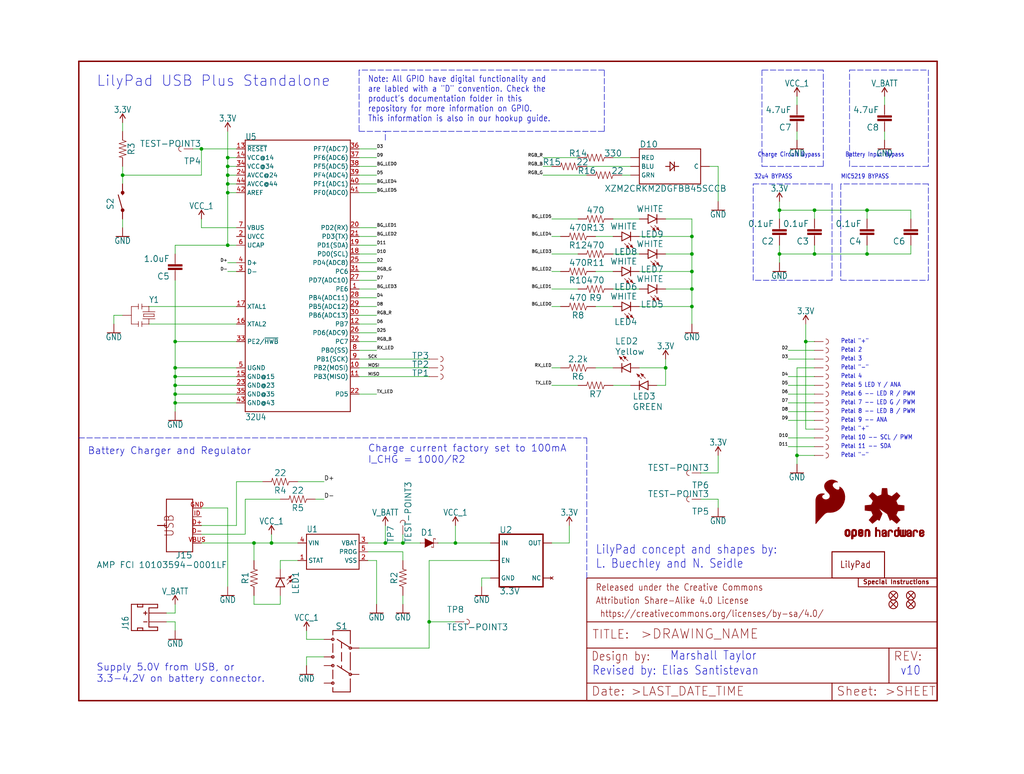
<source format=kicad_sch>
(kicad_sch (version 20211123) (generator eeschema)
  (paper "User" 297.002 224.46)
  (lib_symbols
    (symbol "schematicEagle-eagle-import:0.1UF-0402-16V-10%"
      (property "Reference" "C" (at 1.524 2.921 0))
      (property "Value" "0.1UF-0402-16V-10%" (at 1.524 -2.159 0))
      (symbol "0.1UF-0402-16V-10%_1_0"
        (pin passive line (at 0 5.08 270) (length 2.54) (name "1") (number "1"))
        (pin passive line (at 0 -2.54 90) (length 2.54) (name "2") (number "2"))
      )
    )
    (symbol "schematicEagle-eagle-import:1.0UF-0402-16V-10%"
      (property "Reference" "C" (at 1.524 2.921 0))
      (property "Value" "1.0UF-0402-16V-10%" (at 1.524 -2.159 0))
      (symbol "1.0UF-0402-16V-10%_1_0"
        (pin passive line (at 0 5.08 270) (length 2.54) (name "1") (number "1"))
        (pin passive line (at 0 -2.54 90) (length 2.54) (name "2") (number "2"))
      )
    )
    (symbol "schematicEagle-eagle-import:10KOHM-0603-1{slash}10W-1%"
      (property "Reference" "R" (at 0 1.524 0))
      (property "Value" "10KOHM-0603-1{slash}10W-1%" (at 0 -1.524 0))
      (symbol "10KOHM-0603-1{slash}10W-1%_1_0"
        (pin passive line (at -5.08 0 0) (length 2.54) (name "1") (number "1"))
        (pin passive line (at 5.08 0 180) (length 2.54) (name "2") (number "2"))
      )
    )
    (symbol "schematicEagle-eagle-import:2.2KOHM-0603-1{slash}10W-1%"
      (property "Reference" "R" (at 0 1.524 0))
      (property "Value" "2.2KOHM-0603-1{slash}10W-1%" (at 0 -1.524 0))
      (symbol "2.2KOHM-0603-1{slash}10W-1%_1_0"
        (pin passive line (at -5.08 0 0) (length 2.54) (name "1") (number "1"))
        (pin passive line (at 5.08 0 180) (length 2.54) (name "2") (number "2"))
      )
    )
    (symbol "schematicEagle-eagle-import:22OHM-0402-1{slash}10W-1%"
      (property "Reference" "R" (at 0 1.524 0))
      (property "Value" "22OHM-0402-1{slash}10W-1%" (at 0 -1.524 0))
      (symbol "22OHM-0402-1{slash}10W-1%_1_0"
        (pin passive line (at -5.08 0 0) (length 2.54) (name "1") (number "1"))
        (pin passive line (at 5.08 0 180) (length 2.54) (name "2") (number "2"))
      )
    )
    (symbol "schematicEagle-eagle-import:3.3V" (power)
      (property "Value" "3.3V" (at 0 2.794 0))
      (symbol "3.3V_1_0"
        (pin power_in line (at 0 0 90) (length 2.54) (name "3.3V") (number "1"))
      )
    )
    (symbol "schematicEagle-eagle-import:330OHM-0603-1{slash}10W-1%"
      (property "Reference" "R" (at 0 1.524 0))
      (property "Value" "330OHM-0603-1{slash}10W-1%" (at 0 -1.524 0))
      (symbol "330OHM-0603-1{slash}10W-1%_1_0"
        (pin passive line (at -5.08 0 0) (length 2.54) (name "1") (number "1"))
        (pin passive line (at 5.08 0 180) (length 2.54) (name "2") (number "2"))
      )
    )
    (symbol "schematicEagle-eagle-import:4.7UF0603"
      (property "Reference" "C" (at 1.524 2.921 0))
      (property "Value" "4.7UF0603" (at 1.524 -2.159 0))
      (symbol "4.7UF0603_1_0"
        (pin passive line (at 0 5.08 270) (length 2.54) (name "1") (number "1"))
        (pin passive line (at 0 -2.54 90) (length 2.54) (name "2") (number "2"))
      )
    )
    (symbol "schematicEagle-eagle-import:470OHM-0402-1{slash}16W-5%"
      (property "Reference" "R" (at 0 1.524 0))
      (property "Value" "470OHM-0402-1{slash}16W-5%" (at 0 -1.524 0))
      (symbol "470OHM-0402-1{slash}16W-5%_1_0"
        (pin passive line (at -5.08 0 0) (length 2.54) (name "1") (number "1"))
        (pin passive line (at 5.08 0 180) (length 2.54) (name "2") (number "2"))
      )
    )
    (symbol "schematicEagle-eagle-import:ATMEGA32U4_NOARDQFN3"
      (property "Reference" "U" (at -15.24 38.1 0))
      (property "Value" "ATMEGA32U4_NOARDQFN3" (at -15.24 -43.18 0))
      (symbol "ATMEGA32U4_NOARDQFN3_1_0"
        (pin bidirectional line (at 17.78 -5.08 180) (length 2.54) (name "PE6") (number "1"))
        (pin bidirectional line (at 17.78 -27.94 180) (length 2.54) (name "PB2(MOSI)") (number "10"))
        (pin bidirectional line (at 17.78 -30.48 180) (length 2.54) (name "PB3(MISO)") (number "11"))
        (pin bidirectional line (at 17.78 -15.24 180) (length 2.54) (name "PB7") (number "12"))
        (pin bidirectional line (at -17.78 35.56 0) (length 2.54) (name "~{RESET}") (number "13"))
        (pin bidirectional line (at -17.78 33.02 0) (length 2.54) (name "VCC@14") (number "14"))
        (pin bidirectional line (at -17.78 -30.48 0) (length 2.54) (name "GND@15") (number "15"))
        (pin bidirectional line (at -17.78 -15.24 0) (length 2.54) (name "XTAL2") (number "16"))
        (pin bidirectional line (at -17.78 -10.16 0) (length 2.54) (name "XTAL1") (number "17"))
        (pin bidirectional line (at 17.78 5.08 180) (length 2.54) (name "PD0(SCL)") (number "18"))
        (pin bidirectional line (at 17.78 7.62 180) (length 2.54) (name "PD1(SDA)") (number "19"))
        (pin bidirectional line (at -17.78 10.16 0) (length 2.54) (name "UVCC") (number "2"))
        (pin bidirectional line (at 17.78 12.7 180) (length 2.54) (name "PD2(RX)") (number "20"))
        (pin bidirectional line (at 17.78 10.16 180) (length 2.54) (name "PD3(TX)") (number "21"))
        (pin bidirectional line (at 17.78 -35.56 180) (length 2.54) (name "PD5") (number "22"))
        (pin bidirectional line (at -17.78 -33.02 0) (length 2.54) (name "GND@23") (number "23"))
        (pin bidirectional line (at -17.78 27.94 0) (length 2.54) (name "AVCC@24") (number "24"))
        (pin bidirectional line (at 17.78 2.54 180) (length 2.54) (name "PD4(ADC8)") (number "25"))
        (pin bidirectional line (at 17.78 -17.78 180) (length 2.54) (name "PD6(ADC9)") (number "26"))
        (pin bidirectional line (at 17.78 -2.54 180) (length 2.54) (name "PD7(ADC10)") (number "27"))
        (pin bidirectional line (at 17.78 -7.62 180) (length 2.54) (name "PB4(ADC11)") (number "28"))
        (pin bidirectional line (at 17.78 -10.16 180) (length 2.54) (name "PB5(ADC12)") (number "29"))
        (pin bidirectional line (at -17.78 0 0) (length 2.54) (name "D-") (number "3"))
        (pin bidirectional line (at 17.78 -12.7 180) (length 2.54) (name "PB6(ADC13)") (number "30"))
        (pin bidirectional line (at 17.78 0 180) (length 2.54) (name "PC6") (number "31"))
        (pin bidirectional line (at 17.78 -20.32 180) (length 2.54) (name "PC7") (number "32"))
        (pin bidirectional line (at -17.78 -20.32 0) (length 2.54) (name "PE2/~{HWB}") (number "33"))
        (pin bidirectional line (at -17.78 30.48 0) (length 2.54) (name "VCC@34") (number "34"))
        (pin bidirectional line (at -17.78 -35.56 0) (length 2.54) (name "GND@35") (number "35"))
        (pin bidirectional line (at 17.78 35.56 180) (length 2.54) (name "PF7(ADC7)") (number "36"))
        (pin bidirectional line (at 17.78 33.02 180) (length 2.54) (name "PF6(ADC6)") (number "37"))
        (pin bidirectional line (at 17.78 30.48 180) (length 2.54) (name "PF5(ADC5)") (number "38"))
        (pin bidirectional line (at 17.78 27.94 180) (length 2.54) (name "PF4(ADC4)") (number "39"))
        (pin bidirectional line (at -17.78 2.54 0) (length 2.54) (name "D+") (number "4"))
        (pin bidirectional line (at 17.78 25.4 180) (length 2.54) (name "PF1(ADC1)") (number "40"))
        (pin bidirectional line (at 17.78 22.86 180) (length 2.54) (name "PF0(ADC0)") (number "41"))
        (pin bidirectional line (at -17.78 22.86 0) (length 2.54) (name "AREF") (number "42"))
        (pin bidirectional line (at -17.78 -38.1 0) (length 2.54) (name "GND@43") (number "43"))
        (pin bidirectional line (at -17.78 25.4 0) (length 2.54) (name "AVCC@44") (number "44"))
        (pin bidirectional line (at -17.78 -27.94 0) (length 2.54) (name "UGND") (number "5"))
        (pin bidirectional line (at -17.78 7.62 0) (length 2.54) (name "UCAP") (number "6"))
        (pin bidirectional line (at -17.78 12.7 0) (length 2.54) (name "VBUS") (number "7"))
        (pin bidirectional line (at 17.78 -22.86 180) (length 2.54) (name "PB0(SS)") (number "8"))
        (pin bidirectional line (at 17.78 -25.4 180) (length 2.54) (name "PB1(SCK)") (number "9"))
      )
    )
    (symbol "schematicEagle-eagle-import:DIODE-SCHOTTKY-B340A"
      (property "Reference" "D" (at -2.54 2.032 0))
      (property "Value" "DIODE-SCHOTTKY-B340A" (at -2.54 -2.032 0))
      (symbol "DIODE-SCHOTTKY-B340A_1_0"
        (pin passive line (at -2.54 0 0) (length 0) (name "A") (number "A"))
        (pin passive line (at 2.54 0 180) (length 0) (name "C") (number "C"))
      )
    )
    (symbol "schematicEagle-eagle-import:FIDUCIALUFIDUCIAL")
    (symbol "schematicEagle-eagle-import:FRAME-LETTER"
      (symbol "FRAME-LETTER_2_0"
        (text " https://creativecommons.org/licenses/by-sa/4.0/" (at 2.54 24.13 0) (effects (font (size 1.9304 1.6408)) (justify left bottom)))
        (text ">DRAWING_NAME" (at 15.494 17.78 0) (effects (font (size 2.7432 2.7432)) (justify left bottom)))
        (text ">LAST_DATE_TIME" (at 12.7 1.27 0) (effects (font (size 2.54 2.54)) (justify left bottom)))
        (text ">SHEET" (at 86.36 1.27 0) (effects (font (size 2.54 2.54)) (justify left bottom)))
        (text "Attribution Share-Alike 4.0 License" (at 2.54 27.94 0) (effects (font (size 1.9304 1.6408)) (justify left bottom)))
        (text "Date:" (at 1.27 1.27 0) (effects (font (size 2.54 2.54)) (justify left bottom)))
        (text "Design by:" (at 1.27 11.43 0) (effects (font (size 2.54 2.159)) (justify left bottom)))
        (text "Released under the Creative Commons" (at 2.54 31.75 0) (effects (font (size 1.9304 1.6408)) (justify left bottom)))
        (text "REV:" (at 88.9 11.43 0) (effects (font (size 2.54 2.54)) (justify left bottom)))
        (text "Sheet:" (at 72.39 1.27 0) (effects (font (size 2.54 2.54)) (justify left bottom)))
        (text "TITLE:" (at 1.524 17.78 0) (effects (font (size 2.54 2.54)) (justify left bottom)))
      )
    )
    (symbol "schematicEagle-eagle-import:GND" (power)
      (property "Value" "GND" (at 0 -0.254 0))
      (symbol "GND_1_0"
        (pin power_in line (at 0 2.54 270) (length 2.54) (name "GND") (number "1"))
      )
    )
    (symbol "schematicEagle-eagle-import:JST_2MM_MALE"
      (property "Reference" "J" (at -2.54 5.842 0))
      (symbol "JST_2MM_MALE_1_0"
        (pin bidirectional line (at 0 -5.08 90) (length 5.08) (name "-") (number "1"))
        (pin bidirectional line (at 2.54 -5.08 90) (length 5.08) (name "+") (number "2"))
        (pin bidirectional line (at -2.54 2.54 90) (length 0) (name "PAD1") (number "NC1"))
        (pin bidirectional line (at 5.08 2.54 90) (length 0) (name "PAD2") (number "NC2"))
      )
    )
    (symbol "schematicEagle-eagle-import:LED-GREEN0603"
      (property "Reference" "D" (at -3.429 -4.572 90))
      (property "Value" "LED-GREEN0603" (at 1.905 -4.572 90))
      (symbol "LED-GREEN0603_1_0"
        (pin passive line (at 0 2.54 270) (length 2.54) (name "A") (number "A"))
        (pin passive line (at 0 -5.08 90) (length 2.54) (name "C") (number "C"))
      )
    )
    (symbol "schematicEagle-eagle-import:LED-RED0603"
      (property "Reference" "D" (at -3.429 -4.572 90))
      (property "Value" "LED-RED0603" (at 1.905 -4.572 90))
      (symbol "LED-RED0603_1_0"
        (pin passive line (at 0 2.54 270) (length 2.54) (name "A") (number "A"))
        (pin passive line (at 0 -5.08 90) (length 2.54) (name "C") (number "C"))
      )
    )
    (symbol "schematicEagle-eagle-import:LED-WHITE0603"
      (property "Reference" "D" (at -3.429 -4.572 90))
      (property "Value" "LED-WHITE0603" (at 1.905 -4.572 90))
      (symbol "LED-WHITE0603_1_0"
        (pin passive line (at 0 2.54 270) (length 2.54) (name "A") (number "A"))
        (pin passive line (at 0 -5.08 90) (length 2.54) (name "C") (number "C"))
      )
    )
    (symbol "schematicEagle-eagle-import:LED-YELLOW0603"
      (property "Reference" "D" (at -3.429 -4.572 90))
      (property "Value" "LED-YELLOW0603" (at 1.905 -4.572 90))
      (symbol "LED-YELLOW0603_1_0"
        (pin passive line (at 0 2.54 270) (length 2.54) (name "A") (number "A"))
        (pin passive line (at 0 -5.08 90) (length 2.54) (name "C") (number "C"))
      )
    )
    (symbol "schematicEagle-eagle-import:LILYLOGO_SHORT"
      (symbol "LILYLOGO_SHORT_1_0"
        (text "LilyPad" (at -0.254 0.254 0) (effects (font (size 1.9304 1.6408)) (justify left bottom)))
      )
    )
    (symbol "schematicEagle-eagle-import:MCP73831"
      (property "Reference" "U" (at -7.62 5.588 0))
      (property "Value" "MCP73831" (at -7.62 -7.62 0))
      (symbol "MCP73831_1_0"
        (pin output line (at -10.16 -2.54 0) (length 2.54) (name "STAT") (number "1"))
        (pin power_in line (at 10.16 -2.54 180) (length 2.54) (name "VSS") (number "2"))
        (pin power_in line (at 10.16 2.54 180) (length 2.54) (name "VBAT") (number "3"))
        (pin power_in line (at -10.16 2.54 0) (length 2.54) (name "VIN") (number "4"))
        (pin input line (at 10.16 0 180) (length 2.54) (name "PROG") (number "5"))
      )
    )
    (symbol "schematicEagle-eagle-import:MOMENTARY-SWITCH-SPST-SMD-5.2-REDUNDANT"
      (property "Reference" "S" (at 0 1.524 0))
      (property "Value" "MOMENTARY-SWITCH-SPST-SMD-5.2-REDUNDANT" (at 0 -0.508 0))
      (symbol "MOMENTARY-SWITCH-SPST-SMD-5.2-REDUNDANT_1_0"
        (pin passive line (at -5.08 0 0) (length 2.54) (name "1") (number "1"))
        (pin passive line (at -5.08 0 0) (length 2.54) (name "1") (number "2"))
        (pin passive line (at 5.08 0 180) (length 2.54) (name "2") (number "3"))
        (pin passive line (at 5.08 0 180) (length 2.54) (name "2") (number "4"))
      )
    )
    (symbol "schematicEagle-eagle-import:OSHW-LOGOS")
    (symbol "schematicEagle-eagle-import:RESONATORSMD"
      (property "Reference" "Y" (at 2.54 1.016 0))
      (property "Value" "RESONATORSMD" (at 2.54 -7.62 0))
      (symbol "RESONATORSMD_1_0"
        (pin passive line (at -2.54 0 0) (length 0) (name "1") (number "1"))
        (pin passive line (at 0 -7.62 90) (length 0) (name "2") (number "2"))
        (pin passive line (at 2.54 0 180) (length 0) (name "3") (number "3"))
      )
    )
    (symbol "schematicEagle-eagle-import:SEWTAP_LONG-2SIDE"
      (property "Reference" "J" (at -2.54 2.54 0))
      (property "Value" "SEWTAP_LONG-2SIDE" (at -2.54 -2.54 0))
      (symbol "SEWTAP_LONG-2SIDE_1_0"
        (pin bidirectional line (at -2.54 0 180) (length 0) (name "1") (number "1"))
      )
    )
    (symbol "schematicEagle-eagle-import:SFE_LOGO_FLAME.2_INCH")
    (symbol "schematicEagle-eagle-import:SPECIAL_INSTRUCTIONS-ORDERING"
      (symbol "SPECIAL_INSTRUCTIONS-ORDERING_1_0"
        (text "Special Instructions" (at 1.27 0.6985 0) (effects (font (size 1.27 1.27) (thickness 0.254) bold) (justify left bottom)))
      )
    )
    (symbol "schematicEagle-eagle-import:SUNLEDSMD1"
      (property "Reference" "D" (at -7.62 5.3975 0))
      (property "Value" "SUNLEDSMD1" (at -7.62 -5.3975 0))
      (symbol "SUNLEDSMD1_1_0"
        (pin bidirectional line (at -10.16 2.54 0) (length 2.54) (name "RED") (number "1"))
        (pin bidirectional line (at -10.16 -2.54 0) (length 2.54) (name "GRN") (number "2"))
        (pin bidirectional line (at -10.16 0 0) (length 2.54) (name "BLU") (number "3"))
        (pin bidirectional line (at 12.7 0 180) (length 2.54) (name "C") (number "4"))
      )
    )
    (symbol "schematicEagle-eagle-import:SWITCH-DPDT-SMD-AYZ0202"
      (property "Reference" "S" (at 0 7.874 0))
      (property "Value" "SWITCH-DPDT-SMD-AYZ0202" (at 0 -10.414 0))
      (symbol "SWITCH-DPDT-SMD-AYZ0202_1_0"
        (pin bidirectional line (at 5.08 5.08 180) (length 2.54) (name "1") (number "1"))
        (pin bidirectional line (at -5.08 2.54 0) (length 2.54) (name "2") (number "2"))
        (pin bidirectional line (at 5.08 0 180) (length 2.54) (name "3") (number "3"))
        (pin bidirectional line (at 5.08 -2.54 180) (length 2.54) (name "4") (number "4"))
        (pin bidirectional line (at -5.08 -5.08 0) (length 2.54) (name "5") (number "5"))
        (pin bidirectional line (at 5.08 -7.62 180) (length 2.54) (name "6") (number "6"))
      )
    )
    (symbol "schematicEagle-eagle-import:TEST-POINT3"
      (property "Reference" "TP" (at -2.54 2.54 0))
      (property "Value" "TEST-POINT3" (at -2.54 -2.54 0))
      (symbol "TEST-POINT3_1_0"
        (pin bidirectional line (at 0 0 180) (length 0) (name "1") (number "P$1"))
      )
    )
    (symbol "schematicEagle-eagle-import:USB_MICRO-B_HALF_PTH"
      (property "Reference" "J" (at -2.54 7.62 0))
      (property "Value" "USB_MICRO-B_HALF_PTH" (at -2.54 -7.874 0))
      (symbol "USB_MICRO-B_HALF_PTH_1_0"
        (text "USB" (at 2.794 -3.302 900) (effects (font (size 2.54 2.159)) (justify left bottom)))
        (pin bidirectional line (at -5.08 0 0) (length 2.54) (name "D+") (number "D+"))
        (pin bidirectional line (at -5.08 2.54 0) (length 2.54) (name "D-") (number "D-"))
        (pin power_in line (at -5.08 -5.08 0) (length 2.54) (name "GND") (number "GND"))
        (pin bidirectional line (at -5.08 -2.54 0) (length 2.54) (name "ID") (number "ID"))
        (pin bidirectional line (at 7.62 0 180) (length 2.54) (name "SHIELD") (number "P$1"))
        (pin bidirectional line (at 7.62 0 180) (length 2.54) (name "SHIELD") (number "P$10"))
        (pin bidirectional line (at 7.62 0 180) (length 2.54) (name "SHIELD") (number "P$12"))
        (pin bidirectional line (at 7.62 0 180) (length 2.54) (name "SHIELD") (number "P$2"))
        (pin bidirectional line (at 7.62 0 180) (length 2.54) (name "SHIELD") (number "P$3"))
        (pin bidirectional line (at 7.62 0 180) (length 2.54) (name "SHIELD") (number "P$4"))
        (pin bidirectional line (at 7.62 0 180) (length 2.54) (name "SHIELD") (number "P$6"))
        (pin bidirectional line (at 7.62 0 180) (length 2.54) (name "SHIELD") (number "P$8"))
        (pin bidirectional line (at 7.62 0 180) (length 2.54) (name "SHIELD") (number "SHEILD2"))
        (pin bidirectional line (at 7.62 0 180) (length 2.54) (name "SHIELD") (number "SHIELD"))
        (pin bidirectional line (at 7.62 0 180) (length 2.54) (name "SHIELD") (number "SHIELD3"))
        (pin bidirectional line (at 7.62 0 180) (length 2.54) (name "SHIELD") (number "SHIELD4"))
        (pin power_in line (at -5.08 5.08 0) (length 2.54) (name "VBUS") (number "VBUS"))
      )
    )
    (symbol "schematicEagle-eagle-import:VCC_1" (power)
      (property "Value" "VCC_1" (at 0 2.794 0))
      (symbol "VCC_1_1_0"
        (pin power_in line (at 0 0 90) (length 2.54) (name "VCC_1") (number "1"))
      )
    )
    (symbol "schematicEagle-eagle-import:V_BATT" (power)
      (property "Value" "V_BATT" (at 0 2.794 0))
      (symbol "V_BATT_1_0"
        (pin power_in line (at 0 0 90) (length 2.54) (name "V_BATT") (number "1"))
      )
    )
    (symbol "schematicEagle-eagle-import:V_REG_AP2112K-3.3V"
      (property "Reference" "U" (at -7.62 7.874 0))
      (property "Value" "V_REG_AP2112K-3.3V" (at -7.62 -7.874 0))
      (symbol "V_REG_AP2112K-3.3V_1_0"
        (pin input line (at -10.16 5.08 0) (length 2.54) (name "IN") (number "1"))
        (pin input line (at -10.16 -5.08 0) (length 2.54) (name "GND") (number "2"))
        (pin input line (at -10.16 0 0) (length 2.54) (name "EN") (number "3"))
        (pin no_connect line (at 7.62 -5.08 180) (length 2.54) (name "NC") (number "4"))
        (pin passive line (at 7.62 5.08 180) (length 2.54) (name "OUT") (number "5"))
      )
    )
  )
  (junction (at 50.8 99.06))
  (junction (at 226.06 73.66))
  (junction (at 132.08 157.48))
  (junction (at 50.8 109.22))
  (junction (at 200.66 78.74))
  (junction (at 200.66 68.58))
  (junction (at 200.66 73.66))
  (junction (at 200.66 83.82))
  (junction (at 251.46 73.66))
  (junction (at 231.14 132.08))
  (junction (at 226.06 60.96))
  (junction (at 35.56 50.8))
  (junction (at 124.46 180.34))
  (junction (at 66.04 71.12))
  (junction (at 251.46 60.96))
  (junction (at 73.66 157.48))
  (junction (at 200.66 88.9))
  (junction (at 66.04 48.26))
  (junction (at 78.74 157.48))
  (junction (at 116.84 157.48))
  (junction (at 236.22 73.66))
  (junction (at 66.04 55.88))
  (junction (at 193.04 106.68))
  (junction (at 236.22 60.96))
  (junction (at 50.8 114.3))
  (junction (at 58.42 43.18))
  (junction (at 50.8 106.68))
  (junction (at 66.04 45.72))
  (junction (at 111.76 157.48))
  (junction (at 66.04 50.8))
  (junction (at 50.8 111.76))
  (junction (at 66.04 53.34))
  (junction (at 50.8 116.84))
  (junction (at 233.68 99.06))
  (wire (pts (xy 203.2 144.78) (xy 208.28 144.78)))
  (polyline (pts (xy 269.24 48.26) (xy 246.38 48.26)))
  (wire (pts (xy 66.04 45.72) (xy 66.04 48.26)))
  (polyline (pts (xy 22.86 127) (xy 170.18 127)))
  (wire (pts (xy 228.6 119.38) (xy 236.22 119.38)))
  (wire (pts (xy 50.8 180.34) (xy 50.8 182.88)))
  (wire (pts (xy 50.8 114.3) (xy 50.8 116.84)))
  (wire (pts (xy 35.56 48.26) (xy 35.56 50.8)))
  (polyline (pts (xy 175.26 20.32) (xy 104.14 20.32)))
  (polyline (pts (xy 241.3 81.28) (xy 218.44 81.28)))
  (wire (pts (xy 251.46 73.66) (xy 251.46 71.12)))
  (wire (pts (xy 167.64 111.76) (xy 160.02 111.76)))
  (wire (pts (xy 132.08 152.4) (xy 132.08 157.48)))
  (wire (pts (xy 68.58 50.8) (xy 66.04 50.8)))
  (wire (pts (xy 68.58 116.84) (xy 50.8 116.84)))
  (wire (pts (xy 104.14 50.8) (xy 109.22 50.8)))
  (wire (pts (xy 104.14 53.34) (xy 109.22 53.34)))
  (wire (pts (xy 226.06 58.42) (xy 226.06 60.96)))
  (wire (pts (xy 228.6 129.54) (xy 236.22 129.54)))
  (wire (pts (xy 177.8 106.68) (xy 172.72 106.68)))
  (wire (pts (xy 177.8 45.72) (xy 182.88 45.72)))
  (wire (pts (xy 236.22 99.06) (xy 233.68 99.06)))
  (wire (pts (xy 231.14 38.1) (xy 231.14 40.64)))
  (wire (pts (xy 104.14 187.96) (xy 124.46 187.96)))
  (wire (pts (xy 200.66 78.74) (xy 200.66 83.82)))
  (wire (pts (xy 71.12 144.78) (xy 71.12 154.94)))
  (polyline (pts (xy 175.26 38.1) (xy 175.26 20.32)))
  (wire (pts (xy 167.64 73.66) (xy 160.02 73.66)))
  (wire (pts (xy 104.14 109.22) (xy 124.46 109.22)))
  (wire (pts (xy 228.6 111.76) (xy 236.22 111.76)))
  (wire (pts (xy 233.68 124.46) (xy 236.22 124.46)))
  (polyline (pts (xy 111.76 40.64) (xy 111.76 38.1)))
  (polyline (pts (xy 220.98 48.26) (xy 238.76 48.26)))
  (wire (pts (xy 226.06 73.66) (xy 236.22 73.66)))
  (wire (pts (xy 116.84 160.02) (xy 106.68 160.02)))
  (wire (pts (xy 66.04 71.12) (xy 68.58 71.12)))
  (wire (pts (xy 228.6 114.3) (xy 236.22 114.3)))
  (wire (pts (xy 165.1 157.48) (xy 165.1 152.4)))
  (wire (pts (xy 251.46 60.96) (xy 264.16 60.96)))
  (wire (pts (xy 251.46 60.96) (xy 251.46 63.5)))
  (polyline (pts (xy 220.98 20.32) (xy 220.98 48.26)))
  (wire (pts (xy 58.42 66.04) (xy 68.58 66.04)))
  (wire (pts (xy 68.58 111.76) (xy 50.8 111.76)))
  (wire (pts (xy 167.64 45.72) (xy 157.48 45.72)))
  (wire (pts (xy 127 157.48) (xy 132.08 157.48)))
  (wire (pts (xy 68.58 53.34) (xy 66.04 53.34)))
  (wire (pts (xy 256.54 27.94) (xy 256.54 30.48)))
  (wire (pts (xy 116.84 172.72) (xy 116.84 175.26)))
  (wire (pts (xy 81.28 144.78) (xy 71.12 144.78)))
  (wire (pts (xy 170.18 50.8) (xy 157.48 50.8)))
  (wire (pts (xy 205.74 48.26) (xy 208.28 48.26)))
  (wire (pts (xy 236.22 60.96) (xy 251.46 60.96)))
  (wire (pts (xy 139.7 167.64) (xy 139.7 170.18)))
  (wire (pts (xy 200.66 93.98) (xy 200.66 88.9)))
  (wire (pts (xy 104.14 99.06) (xy 109.22 99.06)))
  (wire (pts (xy 91.44 144.78) (xy 93.98 144.78)))
  (wire (pts (xy 228.6 104.14) (xy 236.22 104.14)))
  (wire (pts (xy 68.58 152.4) (xy 58.42 152.4)))
  (wire (pts (xy 190.5 111.76) (xy 193.04 111.76)))
  (wire (pts (xy 162.56 106.68) (xy 160.02 106.68)))
  (wire (pts (xy 116.84 162.56) (xy 116.84 160.02)))
  (wire (pts (xy 73.66 157.48) (xy 73.66 162.56)))
  (wire (pts (xy 160.02 48.26) (xy 157.48 48.26)))
  (polyline (pts (xy 246.38 20.32) (xy 269.24 20.32)))
  (polyline (pts (xy 269.24 53.34) (xy 243.84 53.34)))
  (wire (pts (xy 58.42 157.48) (xy 73.66 157.48)))
  (wire (pts (xy 231.14 27.94) (xy 231.14 30.48)))
  (wire (pts (xy 68.58 114.3) (xy 50.8 114.3)))
  (wire (pts (xy 104.14 78.74) (xy 109.22 78.74)))
  (wire (pts (xy 104.14 68.58) (xy 109.22 68.58)))
  (wire (pts (xy 66.04 38.1) (xy 66.04 45.72)))
  (wire (pts (xy 124.46 180.34) (xy 124.46 162.56)))
  (wire (pts (xy 162.56 68.58) (xy 160.02 68.58)))
  (wire (pts (xy 104.14 81.28) (xy 109.22 81.28)))
  (wire (pts (xy 68.58 45.72) (xy 66.04 45.72)))
  (wire (pts (xy 104.14 83.82) (xy 109.22 83.82)))
  (polyline (pts (xy 243.84 53.34) (xy 243.84 81.28)))
  (wire (pts (xy 208.28 48.26) (xy 208.28 58.42)))
  (wire (pts (xy 185.42 78.74) (xy 200.66 78.74)))
  (wire (pts (xy 104.14 55.88) (xy 109.22 55.88)))
  (wire (pts (xy 203.2 137.16) (xy 208.28 137.16)))
  (wire (pts (xy 76.2 139.7) (xy 68.58 139.7)))
  (wire (pts (xy 50.8 109.22) (xy 50.8 111.76)))
  (wire (pts (xy 68.58 106.68) (xy 50.8 106.68)))
  (wire (pts (xy 231.14 106.68) (xy 231.14 132.08)))
  (wire (pts (xy 193.04 83.82) (xy 200.66 83.82)))
  (wire (pts (xy 104.14 43.18) (xy 109.22 43.18)))
  (wire (pts (xy 111.76 152.4) (xy 111.76 157.48)))
  (wire (pts (xy 200.66 88.9) (xy 185.42 88.9)))
  (wire (pts (xy 200.66 63.5) (xy 200.66 68.58)))
  (wire (pts (xy 50.8 99.06) (xy 50.8 106.68)))
  (wire (pts (xy 81.28 175.26) (xy 81.28 172.72)))
  (polyline (pts (xy 111.76 38.1) (xy 175.26 38.1)))
  (wire (pts (xy 193.04 63.5) (xy 200.66 63.5)))
  (wire (pts (xy 193.04 111.76) (xy 193.04 106.68)))
  (wire (pts (xy 50.8 106.68) (xy 50.8 109.22)))
  (wire (pts (xy 68.58 76.2) (xy 66.04 76.2)))
  (wire (pts (xy 68.58 78.74) (xy 66.04 78.74)))
  (wire (pts (xy 78.74 157.48) (xy 86.36 157.48)))
  (wire (pts (xy 182.88 111.76) (xy 177.8 111.76)))
  (wire (pts (xy 68.58 99.06) (xy 50.8 99.06)))
  (wire (pts (xy 104.14 48.26) (xy 109.22 48.26)))
  (wire (pts (xy 104.14 71.12) (xy 109.22 71.12)))
  (wire (pts (xy 81.28 165.1) (xy 81.28 162.56)))
  (wire (pts (xy 104.14 101.6) (xy 109.22 101.6)))
  (wire (pts (xy 200.66 83.82) (xy 200.66 88.9)))
  (wire (pts (xy 104.14 76.2) (xy 109.22 76.2)))
  (wire (pts (xy 58.42 50.8) (xy 35.56 50.8)))
  (polyline (pts (xy 241.3 53.34) (xy 241.3 81.28)))
  (wire (pts (xy 193.04 73.66) (xy 200.66 73.66)))
  (wire (pts (xy 185.42 68.58) (xy 200.66 68.58)))
  (wire (pts (xy 71.12 154.94) (xy 58.42 154.94)))
  (wire (pts (xy 167.64 83.82) (xy 160.02 83.82)))
  (wire (pts (xy 104.14 88.9) (xy 109.22 88.9)))
  (wire (pts (xy 142.24 167.64) (xy 139.7 167.64)))
  (polyline (pts (xy 269.24 20.32) (xy 269.24 48.26)))
  (wire (pts (xy 233.68 99.06) (xy 233.68 93.98)))
  (wire (pts (xy 73.66 157.48) (xy 78.74 157.48)))
  (wire (pts (xy 104.14 91.44) (xy 109.22 91.44)))
  (wire (pts (xy 180.34 50.8) (xy 182.88 50.8)))
  (wire (pts (xy 167.64 63.5) (xy 160.02 63.5)))
  (wire (pts (xy 104.14 86.36) (xy 109.22 86.36)))
  (wire (pts (xy 104.14 104.14) (xy 124.46 104.14)))
  (wire (pts (xy 68.58 139.7) (xy 68.58 152.4)))
  (wire (pts (xy 35.56 91.44) (xy 33.02 91.44)))
  (wire (pts (xy 66.04 50.8) (xy 66.04 53.34)))
  (wire (pts (xy 88.9 182.88) (xy 88.9 185.42)))
  (wire (pts (xy 208.28 144.78) (xy 208.28 147.32)))
  (wire (pts (xy 50.8 116.84) (xy 50.8 119.38)))
  (wire (pts (xy 43.18 88.9) (xy 68.58 88.9)))
  (wire (pts (xy 66.04 48.26) (xy 66.04 50.8)))
  (wire (pts (xy 48.26 180.34) (xy 50.8 180.34)))
  (wire (pts (xy 236.22 132.08) (xy 231.14 132.08)))
  (wire (pts (xy 109.22 162.56) (xy 109.22 175.26)))
  (wire (pts (xy 124.46 162.56) (xy 142.24 162.56)))
  (polyline (pts (xy 104.14 20.32) (xy 104.14 38.1)))
  (wire (pts (xy 226.06 71.12) (xy 226.06 73.66)))
  (wire (pts (xy 86.36 139.7) (xy 93.98 139.7)))
  (wire (pts (xy 228.6 116.84) (xy 236.22 116.84)))
  (wire (pts (xy 35.56 35.56) (xy 35.56 38.1)))
  (wire (pts (xy 132.08 180.34) (xy 124.46 180.34)))
  (wire (pts (xy 236.22 60.96) (xy 236.22 63.5)))
  (wire (pts (xy 226.06 60.96) (xy 226.06 63.5)))
  (wire (pts (xy 208.28 137.16) (xy 208.28 132.08)))
  (wire (pts (xy 48.26 177.8) (xy 50.8 177.8)))
  (wire (pts (xy 264.16 71.12) (xy 264.16 73.66)))
  (wire (pts (xy 256.54 38.1) (xy 256.54 40.64)))
  (wire (pts (xy 228.6 109.22) (xy 236.22 109.22)))
  (wire (pts (xy 50.8 71.12) (xy 50.8 73.66)))
  (wire (pts (xy 35.56 50.8) (xy 35.56 53.34)))
  (wire (pts (xy 177.8 83.82) (xy 185.42 83.82)))
  (wire (pts (xy 251.46 73.66) (xy 236.22 73.66)))
  (wire (pts (xy 88.9 193.04) (xy 88.9 190.5)))
  (wire (pts (xy 50.8 81.28) (xy 50.8 99.06)))
  (polyline (pts (xy 238.76 48.26) (xy 238.76 20.32)))
  (polyline (pts (xy 218.44 53.34) (xy 241.3 53.34)))
  (wire (pts (xy 121.92 157.48) (xy 116.84 157.48)))
  (wire (pts (xy 68.58 93.98) (xy 43.18 93.98)))
  (wire (pts (xy 104.14 93.98) (xy 109.22 93.98)))
  (wire (pts (xy 104.14 73.66) (xy 109.22 73.66)))
  (wire (pts (xy 58.42 147.32) (xy 66.04 147.32)))
  (wire (pts (xy 104.14 114.3) (xy 109.22 114.3)))
  (wire (pts (xy 104.14 96.52) (xy 109.22 96.52)))
  (wire (pts (xy 58.42 50.8) (xy 58.42 43.18)))
  (wire (pts (xy 228.6 121.92) (xy 236.22 121.92)))
  (wire (pts (xy 116.84 157.48) (xy 111.76 157.48)))
  (wire (pts (xy 106.68 157.48) (xy 111.76 157.48)))
  (wire (pts (xy 104.14 45.72) (xy 109.22 45.72)))
  (wire (pts (xy 73.66 172.72) (xy 73.66 175.26)))
  (wire (pts (xy 88.9 190.5) (xy 93.98 190.5)))
  (wire (pts (xy 35.56 63.5) (xy 35.56 66.04)))
  (wire (pts (xy 50.8 111.76) (xy 50.8 114.3)))
  (wire (pts (xy 193.04 104.14) (xy 193.04 106.68)))
  (wire (pts (xy 68.58 43.18) (xy 58.42 43.18)))
  (wire (pts (xy 200.66 68.58) (xy 200.66 73.66)))
  (polyline (pts (xy 218.44 81.28) (xy 218.44 53.34)))
  (wire (pts (xy 228.6 127) (xy 236.22 127)))
  (wire (pts (xy 231.14 132.08) (xy 231.14 134.62)))
  (wire (pts (xy 88.9 185.42) (xy 93.98 185.42)))
  (wire (pts (xy 172.72 78.74) (xy 177.8 78.74)))
  (polyline (pts (xy 246.38 48.26) (xy 246.38 20.32)))
  (wire (pts (xy 233.68 99.06) (xy 233.68 124.46)))
  (wire (pts (xy 177.8 73.66) (xy 185.42 73.66)))
  (polyline (pts (xy 104.14 38.1) (xy 111.76 38.1)))
  (polyline (pts (xy 243.84 81.28) (xy 269.24 81.28)))
  (wire (pts (xy 200.66 73.66) (xy 200.66 78.74)))
  (wire (pts (xy 66.04 71.12) (xy 50.8 71.12)))
  (wire (pts (xy 66.04 147.32) (xy 66.04 170.18)))
  (wire (pts (xy 58.42 63.5) (xy 58.42 66.04)))
  (wire (pts (xy 104.14 66.04) (xy 109.22 66.04)))
  (wire (pts (xy 66.04 53.34) (xy 66.04 55.88)))
  (wire (pts (xy 58.42 43.18) (xy 55.88 43.18)))
  (wire (pts (xy 177.8 88.9) (xy 172.72 88.9)))
  (wire (pts (xy 226.06 60.96) (xy 236.22 60.96)))
  (wire (pts (xy 228.6 101.6) (xy 236.22 101.6)))
  (wire (pts (xy 106.68 162.56) (xy 109.22 162.56)))
  (wire (pts (xy 177.8 63.5) (xy 185.42 63.5)))
  (wire (pts (xy 50.8 177.8) (xy 50.8 175.26)))
  (wire (pts (xy 236.22 106.68) (xy 231.14 106.68)))
  (wire (pts (xy 124.46 187.96) (xy 124.46 180.34)))
  (wire (pts (xy 68.58 109.22) (xy 50.8 109.22)))
  (polyline (pts (xy 238.76 20.32) (xy 220.98 20.32)))
  (wire (pts (xy 78.74 154.94) (xy 78.74 157.48)))
  (wire (pts (xy 81.28 162.56) (xy 86.36 162.56)))
  (wire (pts (xy 264.16 73.66) (xy 251.46 73.66)))
  (wire (pts (xy 264.16 60.96) (xy 264.16 63.5)))
  (wire (pts (xy 185.42 106.68) (xy 193.04 106.68)))
  (wire (pts (xy 236.22 73.66) (xy 236.22 71.12)))
  (polyline (pts (xy 170.18 167.64) (xy 170.18 127)))
  (wire (pts (xy 73.66 175.26) (xy 81.28 175.26)))
  (wire (pts (xy 162.56 78.74) (xy 160.02 78.74)))
  (wire (pts (xy 170.18 48.26) (xy 182.88 48.26)))
  (wire (pts (xy 116.84 157.48) (xy 116.84 154.94)))
  (wire (pts (xy 160.02 157.48) (xy 165.1 157.48)))
  (polyline (pts (xy 269.24 81.28) (xy 269.24 53.34)))
  (wire (pts (xy 132.08 157.48) (xy 142.24 157.48)))
  (wire (pts (xy 33.02 91.44) (xy 33.02 93.98)))
  (wire (pts (xy 66.04 55.88) (xy 66.04 71.12)))
  (wire (pts (xy 68.58 48.26) (xy 66.04 48.26)))
  (wire (pts (xy 226.06 73.66) (xy 226.06 76.2)))
  (wire (pts (xy 162.56 88.9) (xy 160.02 88.9)))
  (wire (pts (xy 172.72 68.58) (xy 177.8 68.58)))
  (wire (pts (xy 104.14 106.68) (xy 124.46 106.68)))
  (wire (pts (xy 66.04 55.88) (xy 68.58 55.88)))
  (text "Petal 6 -- LED R / PWM" (at 243.84 114.3 180) (effects (font (size 1.27 1.0795)) (justify left)))
  (text "Petal 7 -- LED G / PWM" (at 243.84 116.84 180) (effects (font (size 1.27 1.0795)) (justify left)))
  (text "Supply 5.0V from USB, or\n3.3-4.2V on battery connector." (at 27.94 198.12 0) (effects (font (size 2.032 2.032)) (justify left bottom)))
  (text "Revised by: Elias Santistevan" (at 171.704 196.088 180) (effects (font (size 2.54 2.159)) (justify left bottom)))
  (text "MIC5219 BYPASS" (at 243.84 52.07 180) (effects (font (size 1.27 1.0795)) (justify left bottom)))
  (text "Petal \"+\"" (at 243.84 124.46 180) (effects (font (size 1.27 1.0795)) (justify left)))
  (text "LilyPad concept and shapes by:\nL. Buechley and N. Seidle" (at 172.72 165.1 0) (effects (font (size 2.54 2.159)) (justify left bottom)))
  (text "Marshall Taylor" (at 194.31 191.77 180) (effects (font (size 2.54 2.159)) (justify left bottom)))
  (text "Petal \"-\"" (at 243.84 132.08 180) (effects (font (size 1.27 1.0795)) (justify left)))
  (text "Battery Input Bypass" (at 245.11 45.72 180) (effects (font (size 1.27 1.0795)) (justify left bottom)))
  (text "Note: All GPIO have digital functionality and\nare labled with a \"D\" convention. Check the\nproduct's documentation folder in this\nrepository for more information on GPIO.\nThis information is also in our hookup guide." (at 106.68 35.56 0) (effects (font (size 1.778 1.5113)) (justify left bottom)))
  (text "Charge Circuit Bypass" (at 219.71 45.72 180) (effects (font (size 1.27 1.0795)) (justify left bottom)))
  (text "Petal 4" (at 243.84 109.22 180) (effects (font (size 1.27 1.0795)) (justify left)))
  (text "Petal 11 -- SDA" (at 243.84 129.54 180) (effects (font (size 1.27 1.0795)) (justify left)))
  (text "Battery Charger and Regulator" (at 25.4 132.08 180) (effects (font (size 2.032 2.032)) (justify left bottom)))
  (text "Petal 3" (at 243.84 104.14 180) (effects (font (size 1.27 1.0795)) (justify left)))
  (text "Petal \"+\"" (at 243.84 99.06 180) (effects (font (size 1.27 1.0795)) (justify left)))
  (text "Petal 5 LED Y / ANA" (at 243.84 111.76 180) (effects (font (size 1.27 1.0795)) (justify left)))
  (text "Charge current factory set to 100mA\nI_CHG = 1000/R2" (at 106.68 134.62 0) (effects (font (size 2.032 2.032)) (justify left bottom)))
  (text "LilyPad USB Plus Standalone" (at 27.94 25.4 180) (effects (font (size 3.048 3.048)) (justify left bottom)))
  (text "Petal \"-\"" (at 243.84 106.68 180) (effects (font (size 1.27 1.0795)) (justify left)))
  (text "Petal 2" (at 243.84 101.6 180) (effects (font (size 1.27 1.0795)) (justify left)))
  (text "Petal 9 -- ANA" (at 243.84 121.92 180) (effects (font (size 1.27 1.0795)) (justify left)))
  (text "Petal 8 -- LED B / PWM" (at 243.84 119.38 180) (effects (font (size 1.27 1.0795)) (justify left)))
  (text "Petal 10 -- SCL / PWM" (at 243.84 127 180) (effects (font (size 1.27 1.0795)) (justify left)))
  (text "v10" (at 261.112 196.088 180) (effects (font (size 2.54 2.159)) (justify left bottom)))
  (text "32u4 BYPASS" (at 218.694 52.07 180) (effects (font (size 1.27 1.0795)) (justify left bottom)))
  (label "RGB_B" (at 109.22 99.06 0) (effects (font (size 0.889 0.889))))
  (label "BG_LED5" (at 109.22 55.88 0) (effects (font (size 0.889 0.889))))
  (label "D+" (at 66.04 76.2 180) (effects (font (size 0.889 0.889))))
  (label "D11" (at 109.22 71.12 0) (effects (font (size 0.889 0.889))))
  (label "MISO" (at 106.68 109.22 0) (effects (font (size 0.889 0.889))))
  (label "RGB_G" (at 109.22 78.74 0) (effects (font (size 0.889 0.889))))
  (label "D-" (at 66.04 78.74 180) (effects (font (size 0.889 0.889))))
  (label "D8" (at 228.6 119.38 180) (effects (font (size 0.889 0.889))))
  (label "D6" (at 228.6 114.3 180) (effects (font (size 0.889 0.889))))
  (label "D3" (at 228.6 104.14 180) (effects (font (size 0.889 0.889))))
  (label "BG_LED0" (at 160.02 88.9 180) (effects (font (size 0.889 0.889))))
  (label "BG_LED3" (at 109.22 83.82 0) (effects (font (size 0.889 0.889))))
  (label "D7" (at 228.6 116.84 180) (effects (font (size 0.889 0.889))))
  (label "RGB_R" (at 109.22 91.44 0) (effects (font (size 0.889 0.889))))
  (label "RX_LED" (at 109.22 101.6 0) (effects (font (size 0.889 0.889))))
  (label "BG_LED1" (at 160.02 83.82 180) (effects (font (size 0.889 0.889))))
  (label "RGB_G" (at 157.48 50.8 180) (effects (font (size 0.889 0.889))))
  (label "D6" (at 109.22 93.98 0) (effects (font (size 0.889 0.889))))
  (label "D+" (at 93.98 139.7 0) (effects (font (size 1.2446 1.2446))))
  (label "D25" (at 109.22 96.52 0) (effects (font (size 0.889 0.889))))
  (label "D10" (at 109.22 73.66 0) (effects (font (size 0.889 0.889))))
  (label "RX_LED" (at 160.02 106.68 180) (effects (font (size 0.889 0.889))))
  (label "MOSI" (at 106.68 106.68 0) (effects (font (size 0.889 0.889))))
  (label "RGB_B" (at 157.48 48.26 180) (effects (font (size 0.889 0.889))))
  (label "BG_LED1" (at 109.22 66.04 0) (effects (font (size 0.889 0.889))))
  (label "TX_LED" (at 109.22 114.3 0) (effects (font (size 0.889 0.889))))
  (label "D9" (at 109.22 45.72 0) (effects (font (size 0.889 0.889))))
  (label "D11" (at 228.6 129.54 180) (effects (font (size 0.889 0.889))))
  (label "BG_LED2" (at 109.22 68.58 0) (effects (font (size 0.889 0.889))))
  (label "D2" (at 109.22 76.2 0) (effects (font (size 0.889 0.889))))
  (label "D5" (at 228.6 111.76 180) (effects (font (size 0.889 0.889))))
  (label "RGB_R" (at 157.48 45.72 180) (effects (font (size 0.889 0.889))))
  (label "D3" (at 109.22 43.18 0) (effects (font (size 0.889 0.889))))
  (label "SCK" (at 106.68 104.14 0) (effects (font (size 0.889 0.889))))
  (label "D-" (at 93.98 144.78 0) (effects (font (size 1.2446 1.2446))))
  (label "D2" (at 228.6 101.6 180) (effects (font (size 0.889 0.889))))
  (label "D4" (at 109.22 86.36 0) (effects (font (size 0.889 0.889))))
  (label "D9" (at 228.6 121.92 180) (effects (font (size 0.889 0.889))))
  (label "D5" (at 109.22 50.8 0) (effects (font (size 0.889 0.889))))
  (label "BG_LED4" (at 109.22 53.34 0) (effects (font (size 0.889 0.889))))
  (label "D4" (at 228.6 109.22 180) (effects (font (size 0.889 0.889))))
  (label "D10" (at 228.6 127 180) (effects (font (size 0.889 0.889))))
  (label "BG_LED4" (at 160.02 68.58 180) (effects (font (size 0.889 0.889))))
  (label "BG_LED5" (at 160.02 63.5 180) (effects (font (size 0.889 0.889))))
  (label "BG_LED0" (at 109.22 48.26 0) (effects (font (size 0.889 0.889))))
  (label "BG_LED2" (at 160.02 78.74 180) (effects (font (size 0.889 0.889))))
  (label "D7" (at 109.22 81.28 0) (effects (font (size 0.889 0.889))))
  (label "TX_LED" (at 160.02 111.76 180) (effects (font (size 0.889 0.889))))
  (label "D8" (at 109.22 88.9 0) (effects (font (size 0.889 0.889))))
  (label "BG_LED3" (at 160.02 73.66 180) (effects (font (size 0.889 0.889))))
  (symbol (lib_id "schematicEagle-eagle-import:VCC_1") (at 231.14 27.94 0) (unit 1)
    (property "Reference" "#SUPPLY2" (effects hide))
    (property "Value" "VCC_1" (at 231.14 25.146 0) (effects (font (size 1.778 1.5113)) (justify bottom)))
    (property "Footprint" "schematicEagle:" (effects hide))
  )
  (symbol (lib_id "schematicEagle-eagle-import:3.3V") (at 66.04 38.1 0) (unit 1)
    (property "Reference" "#P+6" (effects hide))
    (property "Value" "3.3V" (at 66.04 35.306 0) (effects (font (size 1.778 1.5113)) (justify bottom)))
    (property "Footprint" "schematicEagle:" (effects hide))
  )
  (symbol (lib_id "schematicEagle-eagle-import:22OHM-0402-1{slash}10W-1%") (at 175.26 50.8 180) (unit 1)
    (property "Reference" "R16" (at 170.18 50.546 0) (effects (font (size 1.778 1.778)) (justify top)))
    (property "Value" "22" (at 179.07 50.546 0) (effects (font (size 1.778 1.778)) (justify top)))
    (property "Footprint" "schematicEagle:0402" (effects hide))
  )
  (symbol (lib_id "schematicEagle-eagle-import:USB_MICRO-B_HALF_PTH") (at 53.34 152.4 180) (unit 1)
    (property "Reference" "J15" (at 55.88 160.02 0) (effects (font (size 1.778 1.778)) (justify left bottom)))
    (property "Value" "AMP FCI 10103594-0001LF" (at 27.94 162.814 0) (effects (font (size 1.778 1.778)) (justify right bottom)))
    (property "Footprint" "schematicEagle:USB-MICROB-PTH" (effects hide))
  )
  (symbol (lib_id "schematicEagle-eagle-import:470OHM-0402-1{slash}16W-5%") (at 167.64 88.9 180) (unit 1)
    (property "Reference" "R8" (at 167.64 90.424 0) (effects (font (size 1.778 1.778)) (justify bottom)))
    (property "Value" "470" (at 167.64 87.376 0) (effects (font (size 1.778 1.778)) (justify top)))
    (property "Footprint" "schematicEagle:0402" (effects hide))
  )
  (symbol (lib_id "schematicEagle-eagle-import:ATMEGA32U4_NOARDQFN3") (at 86.36 78.74 0) (unit 1)
    (property "Reference" "U5" (at 71.12 40.64 0) (effects (font (size 1.778 1.5113)) (justify left bottom)))
    (property "Value" "32U4" (at 71.12 121.92 0) (effects (font (size 1.778 1.5113)) (justify left bottom)))
    (property "Footprint" "schematicEagle:QFN-44-PAD_1_1-LESS_PASTE" (effects hide))
  )
  (symbol (lib_id "schematicEagle-eagle-import:SEWTAP_LONG-2SIDE") (at 238.76 129.54 0) (unit 1)
    (property "Reference" "J13" (effects hide))
    (property "Value" "SEWTAP_LONG-2SIDE" (effects hide))
    (property "Footprint" "schematicEagle:PETAL-LONG-1-2SIDE" (effects hide))
  )
  (symbol (lib_id "schematicEagle-eagle-import:V_BATT") (at 111.76 152.4 0) (unit 1)
    (property "Reference" "#U$14" (effects hide))
    (property "Value" "V_BATT" (at 111.76 149.606 0) (effects (font (size 1.778 1.5113)) (justify bottom)))
    (property "Footprint" "schematicEagle:" (effects hide))
  )
  (symbol (lib_id "schematicEagle-eagle-import:MCP73831") (at 96.52 160.02 0) (unit 1)
    (property "Reference" "U1" (at 88.9 154.432 0) (effects (font (size 1.778 1.5113)) (justify left bottom)))
    (property "Value" "MCP73831" (at 88.9 167.64 0) (effects (font (size 1.778 1.5113)) (justify left bottom)))
    (property "Footprint" "schematicEagle:SOT23-5" (effects hide))
    (property "Value" "MCP73831" (effects hide))
  )
  (symbol (lib_id "schematicEagle-eagle-import:VCC_1") (at 88.9 182.88 0) (unit 1)
    (property "Reference" "#SUPPLY5" (effects hide))
    (property "Value" "VCC_1" (at 88.9 180.086 0) (effects (font (size 1.778 1.5113)) (justify bottom)))
    (property "Footprint" "schematicEagle:" (effects hide))
  )
  (symbol (lib_id "schematicEagle-eagle-import:GND") (at 226.06 78.74 0) (unit 1)
    (property "Reference" "#GND6" (effects hide))
    (property "Value" "GND" (at 226.06 78.994 0) (effects (font (size 1.778 1.5113)) (justify top)))
    (property "Footprint" "schematicEagle:" (effects hide))
  )
  (symbol (lib_id "schematicEagle-eagle-import:LED-YELLOW0603") (at 182.88 106.68 270) (unit 1)
    (property "Reference" "LED2" (at 178.308 99.949 90) (effects (font (size 1.778 1.778)) (justify left bottom)))
    (property "Value" "Yellow" (at 178.308 100.965 90) (effects (font (size 1.778 1.778)) (justify left top)))
    (property "Footprint" "schematicEagle:LED-0603" (effects hide))
  )
  (symbol (lib_id "schematicEagle-eagle-import:GND") (at 256.54 43.18 0) (unit 1)
    (property "Reference" "#GND8" (effects hide))
    (property "Value" "GND" (at 256.54 43.434 0) (effects (font (size 1.778 1.5113)) (justify top)))
    (property "Footprint" "schematicEagle:" (effects hide))
  )
  (symbol (lib_id "schematicEagle-eagle-import:TEST-POINT3") (at 203.2 137.16 180) (unit 1)
    (property "Reference" "TP6" (at 205.74 139.7 0) (effects (font (size 1.778 1.778)) (justify left bottom)))
    (property "Value" "TEST-POINT3" (at 205.74 134.62 0) (effects (font (size 1.778 1.778)) (justify left bottom)))
    (property "Footprint" "schematicEagle:PAD.03X.03" (effects hide))
  )
  (symbol (lib_id "schematicEagle-eagle-import:FIDUCIALUFIDUCIAL") (at 259.08 175.26 0) (unit 1)
    (property "Reference" "JP1" (effects hide))
    (property "Value" "FIDUCIALUFIDUCIAL" (effects hide))
    (property "Footprint" "schematicEagle:MICRO-FIDUCIAL" (effects hide))
  )
  (symbol (lib_id "schematicEagle-eagle-import:TEST-POINT3") (at 116.84 154.94 90) (unit 1)
    (property "Reference" "TP7" (at 114.3 157.48 0) (effects (font (size 1.778 1.778)) (justify left bottom)))
    (property "Value" "TEST-POINT3" (at 119.38 157.48 0) (effects (font (size 1.778 1.778)) (justify left bottom)))
    (property "Footprint" "schematicEagle:PAD.03X.03" (effects hide))
  )
  (symbol (lib_id "schematicEagle-eagle-import:SEWTAP_LONG-2SIDE") (at 238.76 99.06 0) (unit 1)
    (property "Reference" "J1" (effects hide))
    (property "Value" "SEWTAP_LONG-2SIDE" (effects hide))
    (property "Footprint" "schematicEagle:PETAL-LONG-1-2SIDE" (effects hide))
  )
  (symbol (lib_id "schematicEagle-eagle-import:VCC_1") (at 58.42 63.5 0) (unit 1)
    (property "Reference" "#SUPPLY6" (effects hide))
    (property "Value" "VCC_1" (at 58.42 60.706 0) (effects (font (size 1.778 1.5113)) (justify bottom)))
    (property "Footprint" "schematicEagle:" (effects hide))
  )
  (symbol (lib_id "schematicEagle-eagle-import:22OHM-0402-1{slash}10W-1%") (at 81.28 139.7 180) (unit 1)
    (property "Reference" "R4" (at 81.28 141.224 0) (effects (font (size 1.778 1.778)) (justify bottom)))
    (property "Value" "22" (at 81.28 138.176 0) (effects (font (size 1.778 1.778)) (justify top)))
    (property "Footprint" "schematicEagle:0402" (effects hide))
  )
  (symbol (lib_id "schematicEagle-eagle-import:330OHM-0603-1{slash}10W-1%") (at 172.72 45.72 180) (unit 1)
    (property "Reference" "R14" (at 167.64 45.466 0) (effects (font (size 1.778 1.778)) (justify top)))
    (property "Value" "330" (at 177.8 45.466 0) (effects (font (size 1.778 1.778)) (justify top)))
    (property "Footprint" "schematicEagle:0603" (effects hide))
  )
  (symbol (lib_id "schematicEagle-eagle-import:10KOHM-0603-1{slash}10W-1%") (at 35.56 43.18 270) (unit 1)
    (property "Reference" "R3" (at 37.084 43.18 0) (effects (font (size 1.778 1.778)) (justify bottom)))
    (property "Value" "10k" (at 34.036 43.18 0) (effects (font (size 1.778 1.778)) (justify top)))
    (property "Footprint" "schematicEagle:0603" (effects hide))
    (property "Value" "10k" (effects hide))
  )
  (symbol (lib_id "schematicEagle-eagle-import:V_BATT") (at 256.54 27.94 0) (unit 1)
    (property "Reference" "#U$2" (effects hide))
    (property "Value" "V_BATT" (at 256.54 25.146 0) (effects (font (size 1.778 1.5113)) (justify bottom)))
    (property "Footprint" "schematicEagle:" (effects hide))
  )
  (symbol (lib_id "schematicEagle-eagle-import:TEST-POINT3") (at 124.46 109.22 0) (unit 1)
    (property "Reference" "TP1" (at 119.38 109.22 0) (effects (font (size 1.778 1.778)) (justify left bottom)))
    (property "Value" "TEST-POINT3" (effects hide))
    (property "Footprint" "schematicEagle:PAD.03X.03" (effects hide))
  )
  (symbol (lib_id "schematicEagle-eagle-import:LED-WHITE0603") (at 187.96 73.66 90) (unit 1)
    (property "Reference" "LED7" (at 192.532 77.089 90) (effects (font (size 1.778 1.778)) (justify left bottom)))
    (property "Value" "WHITE" (at 192.532 71.755 90) (effects (font (size 1.778 1.778)) (justify left top)))
    (property "Footprint" "schematicEagle:LED-0603" (effects hide))
  )
  (symbol (lib_id "schematicEagle-eagle-import:TEST-POINT3") (at 55.88 43.18 180) (unit 1)
    (property "Reference" "TP4" (at 58.42 45.72 0) (effects (font (size 1.778 1.778)) (justify left bottom)))
    (property "Value" "TEST-POINT3" (at 58.42 40.64 0) (effects (font (size 1.778 1.778)) (justify left bottom)))
    (property "Footprint" "schematicEagle:PAD.03X.03" (effects hide))
  )
  (symbol (lib_id "schematicEagle-eagle-import:330OHM-0603-1{slash}10W-1%") (at 172.72 111.76 180) (unit 1)
    (property "Reference" "R7" (at 172.72 113.284 0) (effects (font (size 1.778 1.778)) (justify bottom)))
    (property "Value" "330" (at 172.72 110.236 0) (effects (font (size 1.778 1.778)) (justify top)))
    (property "Footprint" "schematicEagle:0603" (effects hide))
    (property "Value" "330" (effects hide))
  )
  (symbol (lib_id "schematicEagle-eagle-import:SUNLEDSMD1") (at 193.04 48.26 0) (unit 1)
    (property "Reference" "D10" (at 185.42 42.8625 0) (effects (font (size 1.778 1.778)) (justify left bottom)))
    (property "Value" "XZM2CRKM2DGFBB45SCCB" (at 175.26 53.6575 0) (effects (font (size 1.778 1.778)) (justify left top)))
    (property "Footprint" "schematicEagle:PLCC4SMDLED" (effects hide))
  )
  (symbol (lib_id "schematicEagle-eagle-import:SPECIAL_INSTRUCTIONS-ORDERING") (at 248.92 170.18 0) (unit 1)
    (property "Reference" "U$44" (effects hide))
    (property "Value" "SPECIAL_INSTRUCTIONS-ORDERING" (effects hide))
    (property "Footprint" "schematicEagle:ORDERING_INSTRUCTIONS" (effects hide))
  )
  (symbol (lib_id "schematicEagle-eagle-import:0.1UF-0402-16V-10%") (at 236.22 66.04 180) (unit 1)
    (property "Reference" "C3" (at 234.696 68.961 0) (effects (font (size 1.778 1.778)) (justify left bottom)))
    (property "Value" "0.1uF" (at 234.696 63.881 0) (effects (font (size 1.778 1.778)) (justify left bottom)))
    (property "Footprint" "schematicEagle:0402" (effects hide))
  )
  (symbol (lib_id "schematicEagle-eagle-import:SFE_LOGO_FLAME.2_INCH") (at 236.22 152.4 0) (unit 1)
    (property "Reference" "LOGO1" (effects hide))
    (property "Value" "SFE_LOGO_FLAME.2_INCH" (effects hide))
    (property "Footprint" "schematicEagle:SFE_LOGO_FLAME_.2" (effects hide))
  )
  (symbol (lib_id "schematicEagle-eagle-import:SEWTAP_LONG-2SIDE") (at 238.76 101.6 0) (unit 1)
    (property "Reference" "J2" (effects hide))
    (property "Value" "SEWTAP_LONG-2SIDE" (effects hide))
    (property "Footprint" "schematicEagle:PETAL-LONG-1-2SIDE" (effects hide))
  )
  (symbol (lib_id "schematicEagle-eagle-import:4.7UF0603") (at 264.16 66.04 180) (unit 1)
    (property "Reference" "C6" (at 262.636 68.961 0) (effects (font (size 1.778 1.778)) (justify left bottom)))
    (property "Value" "4.7uF" (at 262.636 63.881 0) (effects (font (size 1.778 1.778)) (justify left bottom)))
    (property "Footprint" "schematicEagle:0603" (effects hide))
    (property "Value" "4.7uF" (effects hide))
  )
  (symbol (lib_id "schematicEagle-eagle-import:V_BATT") (at 50.8 175.26 0) (unit 1)
    (property "Reference" "#U$4" (effects hide))
    (property "Value" "V_BATT" (at 50.8 172.466 0) (effects (font (size 1.778 1.5113)) (justify bottom)))
    (property "Footprint" "schematicEagle:" (effects hide))
  )
  (symbol (lib_id "schematicEagle-eagle-import:GND") (at 35.56 68.58 0) (unit 1)
    (property "Reference" "#GND5" (effects hide))
    (property "Value" "GND" (at 35.56 68.834 0) (effects (font (size 1.778 1.5113)) (justify top)))
    (property "Footprint" "schematicEagle:" (effects hide))
  )
  (symbol (lib_id "schematicEagle-eagle-import:VCC_1") (at 132.08 152.4 0) (unit 1)
    (property "Reference" "#SUPPLY1" (effects hide))
    (property "Value" "VCC_1" (at 132.08 149.606 0) (effects (font (size 1.778 1.5113)) (justify bottom)))
    (property "Footprint" "schematicEagle:" (effects hide))
  )
  (symbol (lib_id "schematicEagle-eagle-import:LED-WHITE0603") (at 180.34 78.74 90) (unit 1)
    (property "Reference" "LED6" (at 184.912 82.169 90) (effects (font (size 1.778 1.778)) (justify left bottom)))
    (property "Value" "WHITE" (at 184.912 76.835 90) (effects (font (size 1.778 1.778)) (justify left top)))
    (property "Footprint" "schematicEagle:LED-0603" (effects hide))
  )
  (symbol (lib_id "schematicEagle-eagle-import:GND") (at 231.14 137.16 0) (unit 1)
    (property "Reference" "#GND13" (effects hide))
    (property "Value" "GND" (at 231.14 137.414 0) (effects (font (size 1.778 1.5113)) (justify top)))
    (property "Footprint" "schematicEagle:" (effects hide))
  )
  (symbol (lib_id "schematicEagle-eagle-import:SEWTAP_LONG-2SIDE") (at 238.76 121.92 0) (unit 1)
    (property "Reference" "J10" (effects hide))
    (property "Value" "SEWTAP_LONG-2SIDE" (effects hide))
    (property "Footprint" "schematicEagle:PETAL-LONG-1-2SIDE" (effects hide))
  )
  (symbol (lib_id "schematicEagle-eagle-import:SWITCH-DPDT-SMD-AYZ0202") (at 99.06 190.5 0) (mirror y) (unit 1)
    (property "Reference" "S1" (at 99.06 182.626 0) (effects (font (size 1.778 1.778)) (justify bottom)))
    (property "Value" "SWITCH-DPDT-SMD-AYZ0202" (at 99.06 200.914 0) (effects (font (size 1.778 1.778)) (justify top)))
    (property "Footprint" "schematicEagle:SWITCH_DPDT_SMD_AYZ0202" (effects hide))
    (property "Value" "SWITCH-DPDT-SMD-AYZ0202" (effects hide))
  )
  (symbol (lib_id "schematicEagle-eagle-import:SEWTAP_LONG-2SIDE") (at 238.76 104.14 0) (unit 1)
    (property "Reference" "J3" (effects hide))
    (property "Value" "SEWTAP_LONG-2SIDE" (effects hide))
    (property "Footprint" "schematicEagle:PETAL-LONG-1-2SIDE" (effects hide))
  )
  (symbol (lib_id "schematicEagle-eagle-import:FRAME-LETTER") (at 22.86 203.2 0) (unit 1)
    (property "Reference" "FRAME1" (effects hide))
    (property "Value" "FRAME-LETTER" (effects hide))
    (property "Footprint" "schematicEagle:CREATIVE_COMMONS" (effects hide))
  )
  (symbol (lib_id "schematicEagle-eagle-import:V_REG_AP2112K-3.3V") (at 152.4 162.56 0) (unit 1)
    (property "Reference" "U2" (at 144.78 154.686 0) (effects (font (size 1.778 1.778)) (justify left bottom)))
    (property "Value" "3.3V" (at 144.78 170.434 0) (effects (font (size 1.778 1.778)) (justify left top)))
    (property "Footprint" "schematicEagle:SOT23-5" (effects hide))
  )
  (symbol (lib_id "schematicEagle-eagle-import:GND") (at 231.14 43.18 0) (unit 1)
    (property "Reference" "#GND9" (effects hide))
    (property "Value" "GND" (at 231.14 43.434 0) (effects (font (size 1.778 1.5113)) (justify top)))
    (property "Footprint" "schematicEagle:" (effects hide))
  )
  (symbol (lib_id "schematicEagle-eagle-import:470OHM-0402-1{slash}16W-5%") (at 172.72 73.66 180) (unit 1)
    (property "Reference" "R11" (at 172.72 75.184 0) (effects (font (size 1.778 1.778)) (justify bottom)))
    (property "Value" "470" (at 172.72 72.136 0) (effects (font (size 1.778 1.778)) (justify top)))
    (property "Footprint" "schematicEagle:0402" (effects hide))
  )
  (symbol (lib_id "schematicEagle-eagle-import:FIDUCIALUFIDUCIAL") (at 264.16 175.26 0) (unit 1)
    (property "Reference" "JP4" (effects hide))
    (property "Value" "FIDUCIALUFIDUCIAL" (effects hide))
    (property "Footprint" "schematicEagle:MICRO-FIDUCIAL" (effects hide))
  )
  (symbol (lib_id "schematicEagle-eagle-import:3.3V") (at 208.28 132.08 0) (unit 1)
    (property "Reference" "#P+9" (effects hide))
    (property "Value" "3.3V" (at 208.28 129.286 0) (effects (font (size 1.778 1.5113)) (justify bottom)))
    (property "Footprint" "schematicEagle:" (effects hide))
  )
  (symbol (lib_id "schematicEagle-eagle-import:0.1UF-0402-16V-10%") (at 251.46 66.04 180) (unit 1)
    (property "Reference" "C4" (at 249.936 68.961 0) (effects (font (size 1.778 1.778)) (justify left bottom)))
    (property "Value" "0.1uF" (at 249.936 63.881 0) (effects (font (size 1.778 1.778)) (justify left bottom)))
    (property "Footprint" "schematicEagle:0402" (effects hide))
  )
  (symbol (lib_id "schematicEagle-eagle-import:SEWTAP_LONG-2SIDE") (at 238.76 114.3 0) (unit 1)
    (property "Reference" "J7" (effects hide))
    (property "Value" "SEWTAP_LONG-2SIDE" (effects hide))
    (property "Footprint" "schematicEagle:PETAL-LONG-1-2SIDE" (effects hide))
  )
  (symbol (lib_id "schematicEagle-eagle-import:SEWTAP_LONG-2SIDE") (at 238.76 127 0) (unit 1)
    (property "Reference" "J12" (effects hide))
    (property "Value" "SEWTAP_LONG-2SIDE" (effects hide))
    (property "Footprint" "schematicEagle:PETAL-LONG-1-2SIDE" (effects hide))
  )
  (symbol (lib_id "schematicEagle-eagle-import:1.0UF-0402-16V-10%") (at 50.8 76.2 180) (unit 1)
    (property "Reference" "C5" (at 49.276 79.121 0) (effects (font (size 1.778 1.778)) (justify left bottom)))
    (property "Value" "1.0uF" (at 49.276 74.041 0) (effects (font (size 1.778 1.778)) (justify left bottom)))
    (property "Footprint" "schematicEagle:0402" (effects hide))
  )
  (symbol (lib_id "schematicEagle-eagle-import:FIDUCIALUFIDUCIAL") (at 259.08 172.72 0) (unit 1)
    (property "Reference" "JP2" (effects hide))
    (property "Value" "FIDUCIALUFIDUCIAL" (effects hide))
    (property "Footprint" "schematicEagle:MICRO-FIDUCIAL" (effects hide))
  )
  (symbol (lib_id "schematicEagle-eagle-import:3.3V") (at 165.1 152.4 0) (unit 1)
    (property "Reference" "#P+1" (effects hide))
    (property "Value" "3.3V" (at 165.1 149.606 0) (effects (font (size 1.778 1.5113)) (justify bottom)))
    (property "Footprint" "schematicEagle:" (effects hide))
  )
  (symbol (lib_id "schematicEagle-eagle-import:470OHM-0402-1{slash}16W-5%") (at 167.64 78.74 180) (unit 1)
    (property "Reference" "R10" (at 167.64 80.264 0) (effects (font (size 1.778 1.778)) (justify bottom)))
    (property "Value" "470" (at 167.64 77.216 0) (effects (font (size 1.778 1.778)) (justify top)))
    (property "Footprint" "schematicEagle:0402" (effects hide))
  )
  (symbol (lib_id "schematicEagle-eagle-import:LILYLOGO_SHORT") (at 243.84 165.1 0) (unit 1)
    (property "Reference" "U$1" (effects hide))
    (property "Value" "LILYLOGO_SHORT" (effects hide))
    (property "Footprint" "schematicEagle:LILYPAD-WEARABLES_LOGO-LILYPAD" (effects hide))
  )
  (symbol (lib_id "schematicEagle-eagle-import:LED-WHITE0603") (at 187.96 83.82 90) (unit 1)
    (property "Reference" "LED5" (at 192.532 87.249 90) (effects (font (size 1.778 1.778)) (justify left bottom)))
    (property "Value" "WHITE" (at 192.532 81.915 90) (effects (font (size 1.778 1.778)) (justify left top)))
    (property "Footprint" "schematicEagle:LED-0603" (effects hide))
  )
  (symbol (lib_id "schematicEagle-eagle-import:LED-RED0603") (at 81.28 170.18 180) (unit 1)
    (property "Reference" "LED1" (at 84.709 165.608 90) (effects (font (size 1.778 1.778)) (justify left bottom)))
    (property "Value" "RED" (at 79.375 165.608 90) (effects (font (size 1.778 1.778)) (justify left top)))
    (property "Footprint" "schematicEagle:LED-0603" (effects hide))
    (property "Value" "RED" (effects hide))
  )
  (symbol (lib_id "schematicEagle-eagle-import:TEST-POINT3") (at 132.08 180.34 0) (unit 1)
    (property "Reference" "TP8" (at 129.54 177.8 0) (effects (font (size 1.778 1.778)) (justify left bottom)))
    (property "Value" "TEST-POINT3" (at 129.54 182.88 0) (effects (font (size 1.778 1.778)) (justify left bottom)))
    (property "Footprint" "schematicEagle:PAD.03X.03" (effects hide))
  )
  (symbol (lib_id "schematicEagle-eagle-import:TEST-POINT3") (at 124.46 106.68 0) (unit 1)
    (property "Reference" "TP2" (at 119.38 106.68 0) (effects (font (size 1.778 1.778)) (justify left bottom)))
    (property "Value" "TEST-POINT3" (effects hide))
    (property "Footprint" "schematicEagle:PAD.03X.03" (effects hide))
  )
  (symbol (lib_id "schematicEagle-eagle-import:10KOHM-0603-1{slash}10W-1%") (at 116.84 167.64 90) (unit 1)
    (property "Reference" "R2" (at 115.316 167.64 0) (effects (font (size 1.778 1.778)) (justify bottom)))
    (property "Value" "10k" (at 118.364 167.64 0) (effects (font (size 1.778 1.778)) (justify top)))
    (property "Footprint" "schematicEagle:0603" (effects hide))
    (property "Value" "10k" (effects hide))
  )
  (symbol (lib_id "schematicEagle-eagle-import:22OHM-0402-1{slash}10W-1%") (at 165.1 48.26 180) (unit 1)
    (property "Reference" "R15" (at 160.02 48.006 0) (effects (font (size 1.778 1.778)) (justify top)))
    (property "Value" "22" (at 168.91 48.006 0) (effects (font (size 1.778 1.778)) (justify top)))
    (property "Footprint" "schematicEagle:0402" (effects hide))
  )
  (symbol (lib_id "schematicEagle-eagle-import:DIODE-SCHOTTKY-B340A") (at 124.46 157.48 0) (unit 1)
    (property "Reference" "D1" (at 121.92 155.448 0) (effects (font (size 1.778 1.778)) (justify left bottom)))
    (property "Value" "3A/40V/500mV" (at 121.92 159.512 0) (effects (font (size 1.778 1.778)) (justify left top)))
    (property "Footprint" "schematicEagle:SMA-DIODE" (effects hide))
    (property "Value" "3A/40V/500mV" (effects hide))
  )
  (symbol (lib_id "schematicEagle-eagle-import:GND") (at 139.7 172.72 0) (unit 1)
    (property "Reference" "#GND4" (effects hide))
    (property "Value" "GND" (at 139.7 172.974 0) (effects (font (size 1.778 1.5113)) (justify top)))
    (property "Footprint" "schematicEagle:" (effects hide))
  )
  (symbol (lib_id "schematicEagle-eagle-import:LED-WHITE0603") (at 187.96 63.5 90) (unit 1)
    (property "Reference" "LED9" (at 192.532 66.929 90) (effects (font (size 1.778 1.778)) (justify left bottom)))
    (property "Value" "WHITE" (at 192.532 61.595 90) (effects (font (size 1.778 1.778)) (justify left top)))
    (property "Footprint" "schematicEagle:LED-0603" (effects hide))
  )
  (symbol (lib_id "schematicEagle-eagle-import:470OHM-0402-1{slash}16W-5%") (at 167.64 68.58 180) (unit 1)
    (property "Reference" "R12" (at 167.64 70.104 0) (effects (font (size 1.778 1.778)) (justify bottom)))
    (property "Value" "470" (at 167.64 67.056 0) (effects (font (size 1.778 1.778)) (justify top)))
    (property "Footprint" "schematicEagle:0402" (effects hide))
  )
  (symbol (lib_id "schematicEagle-eagle-import:LED-WHITE0603") (at 180.34 88.9 90) (unit 1)
    (property "Reference" "LED4" (at 184.912 92.329 90) (effects (font (size 1.778 1.778)) (justify left bottom)))
    (property "Value" "WHITE" (at 184.912 86.995 90) (effects (font (size 1.778 1.778)) (justify left top)))
    (property "Footprint" "schematicEagle:LED-0603" (effects hide))
  )
  (symbol (lib_id "schematicEagle-eagle-import:SEWTAP_LONG-2SIDE") (at 238.76 111.76 0) (unit 1)
    (property "Reference" "J6" (effects hide))
    (property "Value" "SEWTAP_LONG-2SIDE" (effects hide))
    (property "Footprint" "schematicEagle:PETAL-LONG-1-2SIDE" (effects hide))
  )
  (symbol (lib_id "schematicEagle-eagle-import:GND") (at 208.28 149.86 0) (unit 1)
    (property "Reference" "#GND28" (effects hide))
    (property "Value" "GND" (at 208.28 150.114 0) (effects (font (size 1.778 1.5113)) (justify top)))
    (property "Footprint" "schematicEagle:" (effects hide))
  )
  (symbol (lib_id "schematicEagle-eagle-import:3.3V") (at 233.68 93.98 0) (unit 1)
    (property "Reference" "#P+5" (effects hide))
    (property "Value" "3.3V" (at 233.68 91.186 0) (effects (font (size 1.778 1.5113)) (justify bottom)))
    (property "Footprint" "schematicEagle:" (effects hide))
  )
  (symbol (lib_id "schematicEagle-eagle-import:FRAME-LETTER") (at 170.18 203.2 0) (unit 2)
    (property "Reference" "FRAME1" (effects hide))
    (property "Value" "FRAME-LETTER" (effects hide))
    (property "Footprint" "schematicEagle:CREATIVE_COMMONS" (effects hide))
  )
  (symbol (lib_id "schematicEagle-eagle-import:FIDUCIALUFIDUCIAL") (at 264.16 172.72 0) (unit 1)
    (property "Reference" "JP3" (effects hide))
    (property "Value" "FIDUCIALUFIDUCIAL" (effects hide))
    (property "Footprint" "schematicEagle:MICRO-FIDUCIAL" (effects hide))
  )
  (symbol (lib_id "schematicEagle-eagle-import:330OHM-0603-1{slash}10W-1%") (at 73.66 167.64 90) (unit 1)
    (property "Reference" "R1" (at 72.136 167.64 0) (effects (font (size 1.778 1.778)) (justify bottom)))
    (property "Value" "330" (at 75.184 167.64 0) (effects (font (size 1.778 1.778)) (justify top)))
    (property "Footprint" "schematicEagle:0603" (effects hide))
    (property "Value" "330" (effects hide))
  )
  (symbol (lib_id "schematicEagle-eagle-import:MOMENTARY-SWITCH-SPST-SMD-5.2-REDUNDANT") (at 35.56 58.42 90) (unit 1)
    (property "Reference" "S2" (at 33.02 60.96 0) (effects (font (size 1.778 1.778)) (justify left bottom)))
    (property "Value" "!RESET" (at 38.608 61.214 0) (effects (font (size 1.778 1.778)) (justify left bottom)))
    (property "Footprint" "schematicEagle:TACTILE_SWITCH_SMD_5.2MM" (effects hide))
    (property "Value" "!RESET" (effects hide))
  )
  (symbol (lib_id "schematicEagle-eagle-import:GND") (at 208.28 60.96 0) (unit 1)
    (property "Reference" "#GND26" (effects hide))
    (property "Value" "GND" (at 208.28 61.214 0) (effects (font (size 1.778 1.5113)) (justify top)))
    (property "Footprint" "schematicEagle:" (effects hide))
  )
  (symbol (lib_id "schematicEagle-eagle-import:TEST-POINT3") (at 203.2 144.78 180) (unit 1)
    (property "Reference" "TP5" (at 205.74 147.32 0) (effects (font (size 1.778 1.778)) (justify left bottom)))
    (property "Value" "TEST-POINT3" (at 205.74 142.24 0) (effects (font (size 1.778 1.778)) (justify left bottom)))
    (property "Footprint" "schematicEagle:PAD.03X.03" (effects hide))
  )
  (symbol (lib_id "schematicEagle-eagle-import:3.3V") (at 35.56 35.56 0) (unit 1)
    (property "Reference" "#P+2" (effects hide))
    (property "Value" "3.3V" (at 35.56 32.766 0) (effects (font (size 1.778 1.5113)) (justify bottom)))
    (property "Footprint" "schematicEagle:" (effects hide))
  )
  (symbol (lib_id "schematicEagle-eagle-import:GND") (at 88.9 195.58 0) (unit 1)
    (property "Reference" "#GND1" (effects hide))
    (property "Value" "GND" (at 88.9 195.834 0) (effects (font (size 1.778 1.5113)) (justify top)))
    (property "Footprint" "schematicEagle:" (effects hide))
  )
  (symbol (lib_id "schematicEagle-eagle-import:SEWTAP_LONG-2SIDE") (at 238.76 132.08 0) (unit 1)
    (property "Reference" "J14" (effects hide))
    (property "Value" "SEWTAP_LONG-2SIDE" (effects hide))
    (property "Footprint" "schematicEagle:PETAL-LONG-1-2SIDE" (effects hide))
  )
  (symbol (lib_id "schematicEagle-eagle-import:SEWTAP_LONG-2SIDE") (at 238.76 119.38 0) (unit 1)
    (property "Reference" "J9" (effects hide))
    (property "Value" "SEWTAP_LONG-2SIDE" (effects hide))
    (property "Footprint" "schematicEagle:PETAL-LONG-1-2SIDE" (effects hide))
  )
  (symbol (lib_id "schematicEagle-eagle-import:0.1UF-0402-16V-10%") (at 226.06 66.04 180) (unit 1)
    (property "Reference" "C2" (at 224.536 68.961 0) (effects (font (size 1.778 1.778)) (justify left bottom)))
    (property "Value" "0.1uF" (at 224.536 63.881 0) (effects (font (size 1.778 1.778)) (justify left bottom)))
    (property "Footprint" "schematicEagle:0402" (effects hide))
  )
  (symbol (lib_id "schematicEagle-eagle-import:3.3V") (at 226.06 58.42 0) (unit 1)
    (property "Reference" "#P+4" (effects hide))
    (property "Value" "3.3V" (at 226.06 55.626 0) (effects (font (size 1.778 1.5113)) (justify bottom)))
    (property "Footprint" "schematicEagle:" (effects hide))
  )
  (symbol (lib_id "schematicEagle-eagle-import:OSHW-LOGOS") (at 256.54 147.32 0) (unit 1)
    (property "Reference" "LOGO6" (effects hide))
    (property "Value" "OSHW-LOGOS" (effects hide))
    (property "Footprint" "schematicEagle:OSHW-LOGO-S" (effects hide))
  )
  (symbol (lib_id "schematicEagle-eagle-import:JST_2MM_MALE") (at 43.18 180.34 90) (unit 1)
    (property "Reference" "J16" (at 37.338 182.88 0) (effects (font (size 1.778 1.5113)) (justify left bottom)))
    (property "Value" "JST_2MM_MALE" (effects hide))
    (property "Footprint" "schematicEagle:JST-2-SMD" (effects hide))
  )
  (symbol (lib_id "schematicEagle-eagle-import:4.7UF0603") (at 231.14 33.02 180) (unit 1)
    (property "Reference" "C7" (at 229.616 35.941 0) (effects (font (size 1.778 1.778)) (justify left bottom)))
    (property "Value" "4.7uF" (at 229.616 30.861 0) (effects (font (size 1.778 1.778)) (justify left bottom)))
    (property "Footprint" "schematicEagle:0603" (effects hide))
  )
  (symbol (lib_id "schematicEagle-eagle-import:22OHM-0402-1{slash}10W-1%") (at 86.36 144.78 180) (unit 1)
    (property "Reference" "R5" (at 86.36 146.304 0) (effects (font (size 1.778 1.778)) (justify bottom)))
    (property "Value" "22" (at 86.36 143.256 0) (effects (font (size 1.778 1.778)) (justify top)))
    (property "Footprint" "schematicEagle:0402" (effects hide))
  )
  (symbol (lib_id "schematicEagle-eagle-import:RESONATORSMD") (at 43.18 91.44 270) (unit 1)
    (property "Reference" "Y1" (at 43.18 87.884 90) (effects (font (size 1.778 1.5113)) (justify left bottom)))
    (property "Value" "8MHz" (at 43.18 96.52 90) (effects (font (size 1.778 1.5113)) (justify left bottom)))
    (property "Footprint" "schematicEagle:RESONATOR-SMD" (effects hide))
    (property "Value" "8MHz" (effects hide))
  )
  (symbol (lib_id "schematicEagle-eagle-import:470OHM-0402-1{slash}16W-5%") (at 172.72 83.82 180) (unit 1)
    (property "Reference" "R9" (at 172.72 85.344 0) (effects (font (size 1.778 1.778)) (justify bottom)))
    (property "Value" "470" (at 172.72 82.296 0) (effects (font (size 1.778 1.778)) (justify top)))
    (property "Footprint" "schematicEagle:0402" (effects hide))
  )
  (symbol (lib_id "schematicEagle-eagle-import:GND") (at 50.8 121.92 0) (unit 1)
    (property "Reference" "#GND7" (effects hide))
    (property "Value" "GND" (at 50.8 122.174 0) (effects (font (size 1.778 1.5113)) (justify top)))
    (property "Footprint" "schematicEagle:" (effects hide))
  )
  (symbol (lib_id "schematicEagle-eagle-import:LED-GREEN0603") (at 187.96 111.76 270) (unit 1)
    (property "Reference" "LED3" (at 183.388 115.951 90) (effects (font (size 1.778 1.778)) (justify left bottom)))
    (property "Value" "GREEN" (at 183.388 116.967 90) (effects (font (size 1.778 1.778)) (justify left top)))
    (property "Footprint" "schematicEagle:LED-0603" (effects hide))
  )
  (symbol (lib_id "schematicEagle-eagle-import:GND") (at 33.02 96.52 0) (unit 1)
    (property "Reference" "#GND10" (effects hide))
    (property "Value" "GND" (at 33.02 96.774 0) (effects (font (size 1.778 1.5113)) (justify top)))
    (property "Footprint" "schematicEagle:" (effects hide))
  )
  (symbol (lib_id "schematicEagle-eagle-import:SEWTAP_LONG-2SIDE") (at 238.76 109.22 0) (unit 1)
    (property "Reference" "J5" (effects hide))
    (property "Value" "SEWTAP_LONG-2SIDE" (effects hide))
    (property "Footprint" "schematicEagle:PETAL-LONG-1-2SIDE" (effects hide))
  )
  (symbol (lib_id "schematicEagle-eagle-import:TEST-POINT3") (at 124.46 104.14 0) (unit 1)
    (property "Reference" "TP3" (at 119.38 104.14 0) (effects (font (size 1.778 1.778)) (justify left bottom)))
    (property "Value" "TEST-POINT3" (effects hide))
    (property "Footprint" "schematicEagle:PAD.03X.03" (effects hide))
  )
  (symbol (lib_id "schematicEagle-eagle-import:470OHM-0402-1{slash}16W-5%") (at 172.72 63.5 180) (unit 1)
    (property "Reference" "R13" (at 172.72 65.024 0) (effects (font (size 1.778 1.778)) (justify bottom)))
    (property "Value" "470" (at 172.72 61.976 0) (effects (font (size 1.778 1.778)) (justify top)))
    (property "Footprint" "schematicEagle:0402" (effects hide))
  )
  (symbol (lib_id "schematicEagle-eagle-import:GND") (at 50.8 185.42 0) (unit 1)
    (property "Reference" "#GND11" (effects hide))
    (property "Value" "GND" (at 50.8 185.674 0) (effects (font (size 1.778 1.5113)) (justify top)))
    (property "Footprint" "schematicEagle:" (effects hide))
  )
  (symbol (lib_id "schematicEagle-eagle-import:SEWTAP_LONG-2SIDE") (at 238.76 106.68 0) (unit 1)
    (property "Reference" "J4" (effects hide))
    (property "Value" "SEWTAP_LONG-2SIDE" (effects hide))
    (property "Footprint" "schematicEagle:PETAL-LONG-1-2SIDE" (effects hide))
  )
  (symbol (lib_id "schematicEagle-eagle-import:SEWTAP_LONG-2SIDE") (at 238.76 124.46 0) (unit 1)
    (property "Reference" "J11" (effects hide))
    (property "Value" "SEWTAP_LONG-2SIDE" (effects hide))
    (property "Footprint" "schematicEagle:PETAL-LONG-1-2SIDE" (effects hide))
  )
  (symbol (lib_id "schematicEagle-eagle-import:GND") (at 66.04 172.72 0) (unit 1)
    (property "Reference" "#GND3" (effects hide))
    (property "Value" "GND" (at 66.04 172.974 0) (effects (font (size 1.778 1.5113)) (justify top)))
    (property "Footprint" "schematicEagle:" (effects hide))
  )
  (symbol (lib_id "schematicEagle-eagle-import:SEWTAP_LONG-2SIDE") (at 238.76 116.84 0) (unit 1)
    (property "Reference" "J8" (effects hide))
    (property "Value" "SEWTAP_LONG-2SIDE" (effects hide))
    (property "Footprint" "schematicEagle:PETAL-LONG-1-2SIDE" (effects hide))
  )
  (symbol (lib_id "schematicEagle-eagle-import:VCC_1") (at 78.74 154.94 0) (unit 1)
    (property "Reference" "#SUPPLY3" (effects hide))
    (property "Value" "VCC_1" (at 78.74 152.146 0) (effects (font (size 1.778 1.5113)) (justify bottom)))
    (property "Footprint" "schematicEagle:" (effects hide))
  )
  (symbol (lib_id "schematicEagle-eagle-import:2.2KOHM-0603-1{slash}10W-1%") (at 167.64 106.68 180) (unit 1)
    (property "Reference" "R6" (at 167.64 108.204 0) (effects (font (size 1.778 1.778)) (justify bottom)))
    (property "Value" "2.2k" (at 167.64 105.156 0) (effects (font (size 1.778 1.778)) (justify top)))
    (property "Footprint" "schematicEagle:0603" (effects hide))
  )
  (symbol (lib_id "schematicEagle-eagle-import:LILYLOGO_SHORT") (at 243.84 165.1 0) (unit 1)
    (property "Reference" "U$13" (effects hide))
    (property "Value" "LILYLOGO_SHORT" (effects hide))
    (property "Footprint" "schematicEagle:LILYPAD-WEARABLES_LOGO-LILYPAD" (effects hide))
  )
  (symbol (lib_id "schematicEagle-eagle-import:LED-WHITE0603") (at 180.34 68.58 90) (unit 1)
    (property "Reference" "LED8" (at 184.912 72.009 90) (effects (font (size 1.778 1.778)) (justify left bottom)))
    (property "Value" "WHITE" (at 184.912 66.675 90) (effects (font (size 1.778 1.778)) (justify left top)))
    (property "Footprint" "schematicEagle:LED-0603" (effects hide))
  )
  (symbol (lib_id "schematicEagle-eagle-import:GND") (at 116.84 177.8 0) (unit 1)
    (property "Reference" "#GND15" (effects hide))
    (property "Value" "GND" (at 116.84 178.054 0) (effects (font (size 1.778 1.5113)) (justify top)))
    (property "Footprint" "schematicEagle:" (effects hide))
  )
  (symbol (lib_id "schematicEagle-eagle-import:GND") (at 109.22 177.8 0) (unit 1)
    (property "Reference" "#GND2" (effects hide))
    (property "Value" "GND" (at 109.22 178.054 0) (effects (font (size 1.778 1.5113)) (justify top)))
    (property "Footprint" "schematicEagle:" (effects hide))
  )
  (symbol (lib_id "schematicEagle-eagle-import:4.7UF0603") (at 256.54 33.02 180) (unit 1)
    (property "Reference" "C8" (at 255.016 35.941 0) (effects (font (size 1.778 1.778)) (justify left bottom)))
    (property "Value" "4.7uF" (at 255.016 30.861 0) (effects (font (size 1.778 1.778)) (justify left bottom)))
    (property "Footprint" "schematicEagle:0603" (effects hide))
  )
  (symbol (lib_id "schematicEagle-eagle-import:3.3V") (at 193.04 104.14 0) (unit 1)
    (property "Reference" "#P+3" (effects hide))
    (property "Value" "3.3V" (at 193.04 101.346 0) (effects (font (size 1.778 1.5113)) (justify bottom)))
    (property "Footprint" "schematicEagle:" (effects hide))
  )
  (symbol (lib_id "schematicEagle-eagle-import:GND") (at 200.66 96.52 0) (unit 1)
    (property "Reference" "#GND12" (effects hide))
    (property "Value" "GND" (at 200.66 96.774 0) (effects (font (size 1.778 1.5113)) (justify top)))
    (property "Footprint" "schematicEagle:" (effects hide))
  )
)
</source>
